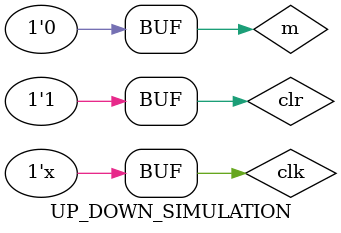
<source format=v>
module UP_DOWN_COUNTER(q, clk, clr, m);
	input clk, clr, m;
	output [2:0] q;
	wire [2:0] qbar;
		
	JK jk1(1'b1, 1'b1, clr, clk, q[0], qbar[0]);
	xor(x, m, q[0]);
	JK jk2(1'b1, 1'b1, clr, x, q[1], qbar[1]);
	xor(y, m, q[1]);
	JK jk3(1'b1, 1'b1, clr, y, q[2], qbar[2]);

endmodule


module UP_DOWN_SIMULATION;
	reg clk, clr, m;
	wire [2:0] q;
	wire [2:0] qbar;

	UP_DOWN_COUNTER up1(q, clk, clr, m);
	initial 
	clk = 0;
	always #10 clk = ~clk;

	initial
	begin
	clr = 1;
	#5 clr = 0;
	#15 clr = 1;
	end
	
	initial 
	begin
	m = 1'b0;
	#500 m = 1'b1;
	#500 m = 1'b0;
	end
endmodule
</source>
